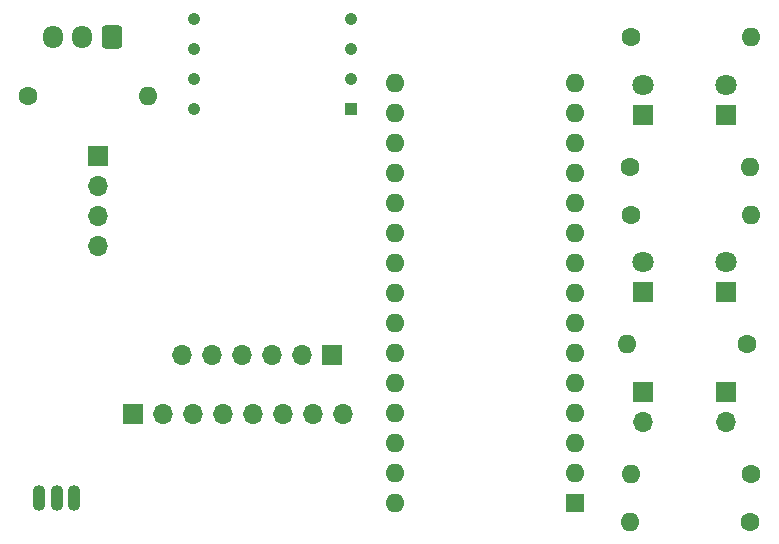
<source format=gbr>
%TF.GenerationSoftware,KiCad,Pcbnew,9.0.0*%
%TF.CreationDate,2025-03-09T23:23:26-06:00*%
%TF.ProjectId,weather_baloon,77656174-6865-4725-9f62-616c6f6f6e2e,rev?*%
%TF.SameCoordinates,Original*%
%TF.FileFunction,Soldermask,Bot*%
%TF.FilePolarity,Negative*%
%FSLAX46Y46*%
G04 Gerber Fmt 4.6, Leading zero omitted, Abs format (unit mm)*
G04 Created by KiCad (PCBNEW 9.0.0) date 2025-03-09 23:23:26*
%MOMM*%
%LPD*%
G01*
G04 APERTURE LIST*
G04 Aperture macros list*
%AMRoundRect*
0 Rectangle with rounded corners*
0 $1 Rounding radius*
0 $2 $3 $4 $5 $6 $7 $8 $9 X,Y pos of 4 corners*
0 Add a 4 corners polygon primitive as box body*
4,1,4,$2,$3,$4,$5,$6,$7,$8,$9,$2,$3,0*
0 Add four circle primitives for the rounded corners*
1,1,$1+$1,$2,$3*
1,1,$1+$1,$4,$5*
1,1,$1+$1,$6,$7*
1,1,$1+$1,$8,$9*
0 Add four rect primitives between the rounded corners*
20,1,$1+$1,$2,$3,$4,$5,0*
20,1,$1+$1,$4,$5,$6,$7,0*
20,1,$1+$1,$6,$7,$8,$9,0*
20,1,$1+$1,$8,$9,$2,$3,0*%
G04 Aperture macros list end*
%ADD10C,1.600000*%
%ADD11O,1.600000X1.600000*%
%ADD12O,1.100000X2.200000*%
%ADD13R,1.700000X1.700000*%
%ADD14O,1.700000X1.700000*%
%ADD15R,1.800000X1.800000*%
%ADD16C,1.800000*%
%ADD17R,1.600000X1.600000*%
%ADD18R,1.070000X1.070000*%
%ADD19C,1.070000*%
%ADD20RoundRect,0.250000X0.600000X0.725000X-0.600000X0.725000X-0.600000X-0.725000X0.600000X-0.725000X0*%
%ADD21O,1.700000X1.950000*%
G04 APERTURE END LIST*
D10*
%TO.C,R5*%
X221570000Y-78110000D03*
D11*
X231730000Y-78110000D03*
%TD*%
D12*
%TO.C,J2*%
X174500000Y-106100000D03*
X173000000Y-106100000D03*
X171500000Y-106100000D03*
%TD*%
D13*
%TO.C,D5*%
X222650000Y-97110000D03*
D14*
X222650000Y-99650000D03*
%TD*%
D15*
%TO.C,D3*%
X222650000Y-88650000D03*
D16*
X222650000Y-86110000D03*
%TD*%
D10*
%TO.C,R7*%
X170570000Y-72110000D03*
D11*
X180730000Y-72110000D03*
%TD*%
D13*
%TO.C,J3*%
X176500000Y-77120000D03*
D14*
X176500000Y-79660000D03*
X176500000Y-82200000D03*
X176500000Y-84740000D03*
%TD*%
D13*
%TO.C,D4*%
X229650000Y-97110000D03*
D14*
X229650000Y-99650000D03*
%TD*%
D15*
%TO.C,D6*%
X229650000Y-88650000D03*
D16*
X229650000Y-86110000D03*
%TD*%
D17*
%TO.C,A1*%
X216890000Y-106510000D03*
D11*
X216890000Y-103970000D03*
X216890000Y-101430000D03*
X216890000Y-98890000D03*
X216890000Y-96350000D03*
X216890000Y-93810000D03*
X216890000Y-91270000D03*
X216890000Y-88730000D03*
X216890000Y-86190000D03*
X216890000Y-83650000D03*
X216890000Y-81110000D03*
X216890000Y-78570000D03*
X216890000Y-76030000D03*
X216890000Y-73490000D03*
X216890000Y-70950000D03*
X201650000Y-70950000D03*
X201650000Y-73490000D03*
X201650000Y-76030000D03*
X201650000Y-78570000D03*
X201650000Y-81110000D03*
X201650000Y-83650000D03*
X201650000Y-86190000D03*
X201650000Y-88730000D03*
X201650000Y-91270000D03*
X201650000Y-93810000D03*
X201650000Y-96350000D03*
X201650000Y-98890000D03*
X201650000Y-101430000D03*
X201650000Y-103970000D03*
X201650000Y-106510000D03*
%TD*%
D13*
%TO.C,J9*%
X179460000Y-98975000D03*
D14*
X182000000Y-98975000D03*
X184540000Y-98975000D03*
X187080000Y-98975000D03*
X189620000Y-98975000D03*
X192160000Y-98975000D03*
X194700000Y-98975000D03*
X197240000Y-98975000D03*
%TD*%
D18*
%TO.C,U3*%
X197950000Y-73190000D03*
D19*
X197950000Y-70650000D03*
X197950000Y-68110000D03*
X197950000Y-65570000D03*
X184650000Y-65570000D03*
X184650000Y-68110000D03*
X184650000Y-70650000D03*
X184650000Y-73190000D03*
%TD*%
D15*
%TO.C,D2*%
X229650000Y-73650000D03*
D16*
X229650000Y-71110000D03*
%TD*%
D13*
%TO.C,OPEN_LOG1*%
X196330000Y-94000000D03*
D14*
X193790000Y-94000000D03*
X191250000Y-94000000D03*
X188710000Y-94000000D03*
X186170000Y-94000000D03*
X183630000Y-94000000D03*
%TD*%
D10*
%TO.C,R3*%
X231730000Y-108110000D03*
D11*
X221570000Y-108110000D03*
%TD*%
D10*
%TO.C,R1*%
X221650000Y-82110000D03*
D11*
X231810000Y-82110000D03*
%TD*%
D15*
%TO.C,D1*%
X222650000Y-73650000D03*
D16*
X222650000Y-71110000D03*
%TD*%
D10*
%TO.C,R4*%
X221650000Y-67110000D03*
D11*
X231810000Y-67110000D03*
%TD*%
D10*
%TO.C,R6*%
X231480000Y-93110000D03*
D11*
X221320000Y-93110000D03*
%TD*%
D10*
%TO.C,R2*%
X231810000Y-104110000D03*
D11*
X221650000Y-104110000D03*
%TD*%
D20*
%TO.C,J1*%
X177650000Y-67110000D03*
D21*
X175150000Y-67110000D03*
X172650000Y-67110000D03*
%TD*%
M02*

</source>
